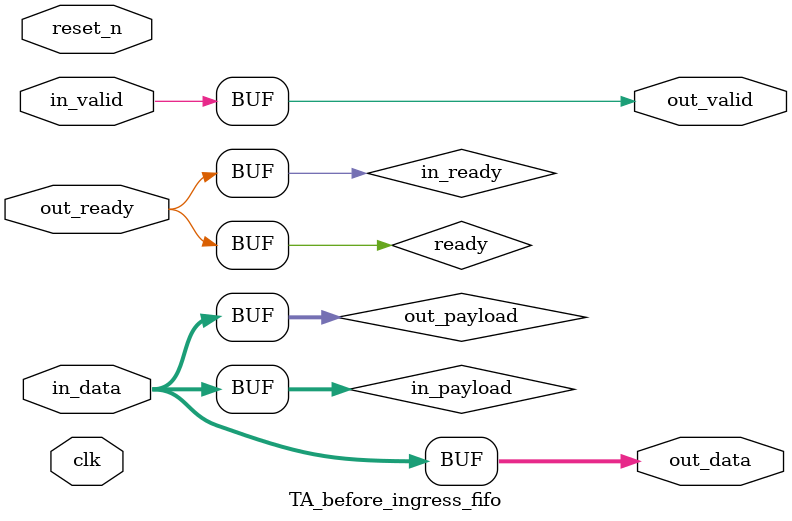
<source format=v>

`timescale 1ns / 100ps
module TA_before_ingress_fifo (
    
      // Interface: clk
      input              clk,
      input              reset_n,
      // Interface: in
      input              in_valid,
      input      [ 7: 0] in_data,
      // Interface: out
      output reg         out_valid,
      output reg [ 7: 0] out_data,
      input              out_ready
);




   // ---------------------------------------------------------------------
   //| Signal Declarations
   // ---------------------------------------------------------------------

   reg  [ 7: 0] in_payload;
   reg  [ 7: 0] out_payload;
   reg  [ 0: 0] ready;
   reg          in_ready;
   // synthesis translate_off
   always @(negedge in_ready) begin
      $display("%m: The downstream component is backpressuring by deasserting ready, but the upstream component can't be backpressured.");
   end
   // synthesis translate_on   


   // ---------------------------------------------------------------------
   //| Payload Mapping
   // ---------------------------------------------------------------------
   always @* begin
     in_payload = {in_data};
     {out_data} = out_payload;
   end

   // ---------------------------------------------------------------------
   //| Ready & valid signals.
   // ---------------------------------------------------------------------
   always @* begin
     ready[0] = out_ready;
     out_valid = in_valid;
     out_payload = in_payload;
     in_ready = ready[0];
   end



endmodule


</source>
